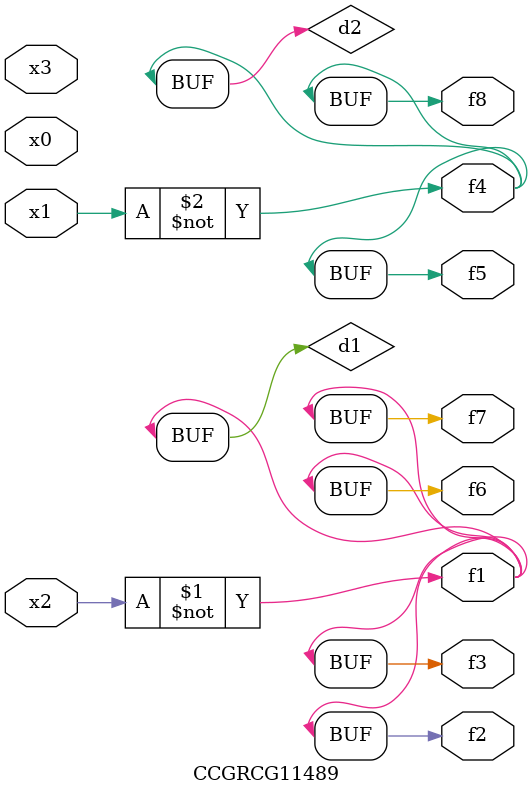
<source format=v>
module CCGRCG11489(
	input x0, x1, x2, x3,
	output f1, f2, f3, f4, f5, f6, f7, f8
);

	wire d1, d2;

	xnor (d1, x2);
	not (d2, x1);
	assign f1 = d1;
	assign f2 = d1;
	assign f3 = d1;
	assign f4 = d2;
	assign f5 = d2;
	assign f6 = d1;
	assign f7 = d1;
	assign f8 = d2;
endmodule

</source>
